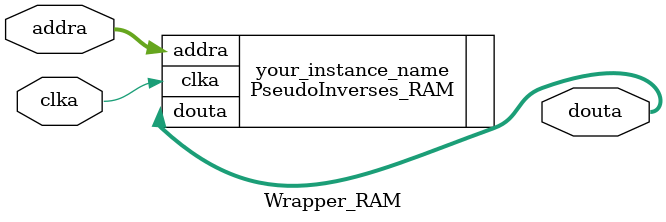
<source format=v>
`timescale 1ns / 1ps
module Wrapper_RAM(
  input clka, // input clka
  input [4:0]addra, // input [4 : 0] addra
  output [1151:0]douta // output [1151 : 0] douta
    );

PseudoInverses_RAM your_instance_name (
  .clka(clka), // input clka
  .addra(addra), // input [4 : 0] addra
  .douta(douta) // output [1151 : 0] douta
);
endmodule

</source>
